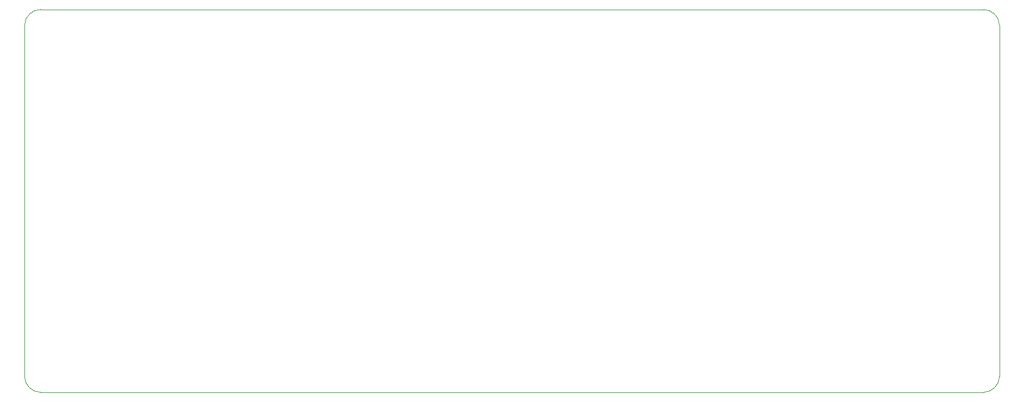
<source format=gm1>
G04 #@! TF.GenerationSoftware,KiCad,Pcbnew,(5.1.2)-2*
G04 #@! TF.CreationDate,2020-07-12T21:55:24+03:00*
G04 #@! TF.ProjectId,KB-Prototype,4b422d50-726f-4746-9f74-7970652e6b69,rev?*
G04 #@! TF.SameCoordinates,Original*
G04 #@! TF.FileFunction,Profile,NP*
%FSLAX46Y46*%
G04 Gerber Fmt 4.6, Leading zero omitted, Abs format (unit mm)*
G04 Created by KiCad (PCBNEW (5.1.2)-2) date 2020-07-12 21:55:24*
%MOMM*%
%LPD*%
G04 APERTURE LIST*
%ADD10C,0.050000*%
G04 APERTURE END LIST*
D10*
X26193750Y-80962500D02*
X166687500Y-80962500D01*
X23812500Y-26193750D02*
X23812500Y-78581250D01*
X166687500Y-23812500D02*
X26193750Y-23812500D01*
X169068750Y-78581250D02*
X169068750Y-26193750D01*
X169068750Y-78581250D02*
G75*
G02X166687500Y-80962500I-2381250J0D01*
G01*
X166687500Y-23812500D02*
G75*
G02X169068750Y-26193750I0J-2381250D01*
G01*
X26193750Y-80962500D02*
G75*
G02X23812500Y-78581250I0J2381250D01*
G01*
X23812500Y-26193750D02*
G75*
G02X26193750Y-23812500I2381250J0D01*
G01*
M02*

</source>
